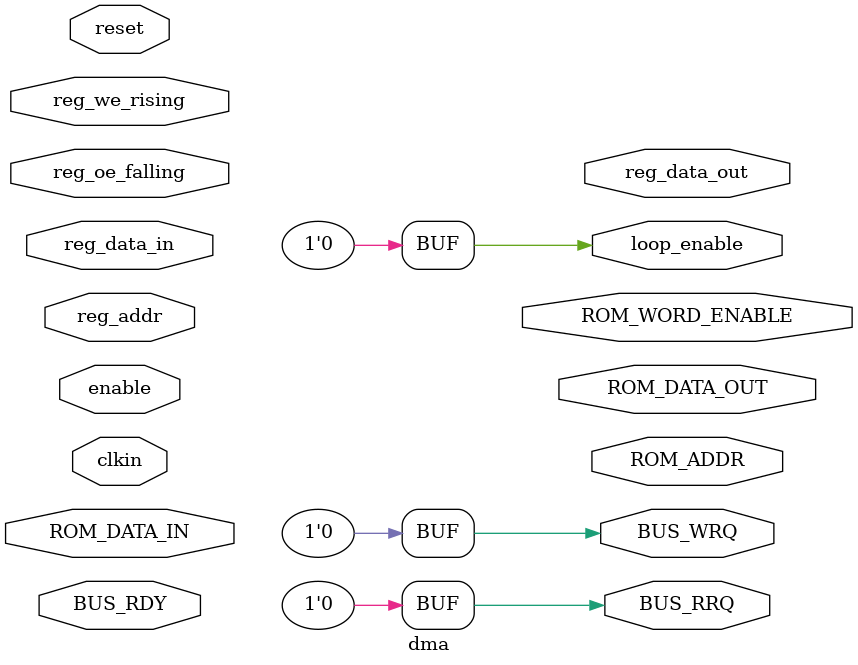
<source format=v>
`timescale 1ns / 1ps
module dma(
  input clkin,
  input reset,
  input enable,

  input [3:0] reg_addr,
  input [7:0] reg_data_in,
  output [7:0] reg_data_out,

  input reg_oe_falling,
  input reg_we_rising,
  
  output loop_enable,
  
  input  BUS_RDY,
  output BUS_RRQ,
  output BUS_WRQ,
  
  output [23:0] ROM_ADDR,
  output [15:0] ROM_DATA_OUT,
  output        ROM_WORD_ENABLE,
  input  [15:0] ROM_DATA_IN
);

parameter ST_IDLE  = 0;
parameter ST_READ  = 1;
parameter ST_WRITE = 2;
parameter ST_DONE  = 3;

parameter OP_COPY  = 0;
parameter OP_RESET = 1;
parameter OP_SET   = 2;
parameter OP_DEBUG = 3;

assign loop_enable = 0;
assign BUS_RRQ = 0;
assign BUS_WRQ = 0;

//// Register bank
//reg [7:0] dma_r[15:0];
//
//reg [2:0]  state; initial state = ST_IDLE;
//
//initial begin
//  dma_r[0] = 8'h00; // dst bank
//  dma_r[1] = 8'h00; // src bank
//  dma_r[2] = 8'h00; // dst[7:0]
//  dma_r[3] = 8'h00; // dst[15:8]
//  dma_r[4] = 8'h00; // src[7:0]
//  dma_r[5] = 8'h00; // src[15:0]
//  dma_r[6] = 8'h00; // len[7:0]
//  dma_r[7] = 8'h00; // len[15:8]
//  dma_r[8] = 8'h00; // len[23:16]
//  dma_r[9] = 8'h00; // opcode[7:3], loop, direction, trigger
//end
//
//reg [7:0] data_out_r;
//assign reg_data_out = data_out_r;
//
//integer i;
//always @(posedge clkin) begin
//  if(reg_oe_falling & enable) begin
//    case(reg_addr)
//      4'h0: data_out_r <= 8'h53;
//      4'h1: data_out_r <= 8'h2D;
//      4'h2: data_out_r <= 8'h44;
//      4'h3: data_out_r <= 8'h4D;
//      4'h4: data_out_r <= 8'h41;
//      4'h5: data_out_r <= 8'h31;
//      4'h9: data_out_r <= dma_r[reg_addr];
//		  default: data_out_r <= 8'h00;
//    endcase
//  end
//end
//
//always @(posedge clkin) begin
//  if (reset) begin
//    for (i = 0; i < 10; i = i + 1) dma_r[i] <= 0;
//  end
//  else if(reg_we_rising & enable) begin
//    dma_r[reg_addr] <= reg_data_in;
//  end
//  else if (state == ST_DONE) begin
//    dma_r[9][0] <= 0;
//  end
//end
//
//wire [23:0] SRC_ADDR, DST_ADDR, LEN;
//wire [4:0] OPCODE;
//wire LOOP, DIR, TRIG, WORD_MODE;
//
//assign SRC_ADDR = {dma_r[1], dma_r[3], dma_r[2]};
//assign DST_ADDR = {dma_r[0], dma_r[5], dma_r[4]};
//assign LEN      = {dma_r[8], dma_r[7], dma_r[6]};
//assign OPCODE   = dma_r[9][7:3];
//assign LOOP     = dma_r[9][2];
//assign DIR      = dma_r[9][1];
//assign TRIG     = dma_r[9][0];
//// this covers misaligned addresses, misaligned length, as well as byte overlaps
//assign WORD_MODE = !SRC_ADDR[0] && !DST_ADDR[0] && !LEN[0];
//
//reg [15:0] data;
//reg [4:0]  opcode_r;
//reg        loop_r;      initial loop_r = 0;
//reg        dir_r;
//reg        trig_r;      initial trig_r = 0;
//reg        word_mode_r;
//reg [23:0] src_addr_r, dst_addr_r, length_r, mod_r;
//
//assign BUS_RRQ = BUS_RDY && (state == ST_READ);
//assign BUS_WRQ = BUS_RDY && (state == ST_WRITE);
//assign ROM_ADDR = (state == ST_READ) ? src_addr_r : dst_addr_r;
//assign ROM_DATA_OUT =   (opcode_r == OP_COPY)  ? (dst_addr_r[0] ? {ROM_DATA_IN[7:0],ROM_DATA_IN[15:8]} : ROM_DATA_IN)
//                      : (opcode_r == OP_RESET) ? 16'h0000
//                      : (opcode_r == OP_SET)   ? 16'hFFFF
//                      : (opcode_r == OP_DEBUG) ? {dst_addr_r[3:0],loop_enable,ROM_WORD_ENABLE,mod_r[1:0],dst_addr_r[3:0],loop_enable,ROM_WORD_ENABLE,mod_r[1:0]}
//                      : 0;
//assign ROM_WORD_ENABLE = word_mode_r;
//assign loop_enable = loop_r;
//
//wire [23:0] length_next = length_r - (word_mode_r ? 2 : 1);
//
//always @(posedge clkin) begin
//  if (reset) begin
//    loop_r <= 0;
//    state <= ST_IDLE;
//    trig_r <= 0;
//  end
//  else begin
//    trig_r <= TRIG;
//  
//    case (state)
//      ST_IDLE: begin
//        if (TRIG && (trig_r ^ TRIG)) begin
//          src_addr_r <= SRC_ADDR;
//          dst_addr_r <= DST_ADDR;
//          length_r <= LEN;
//          mod_r <= WORD_MODE ? (DIR ? -2 : 2) : (DIR ? -1 : 1);
//          opcode_r <= OPCODE;
//          loop_r <= LOOP;
//          dir_r <= DIR;
//          word_mode_r <= WORD_MODE;
//          
//          if (OPCODE == OP_COPY) state <= ST_READ;
//          else                   state <= ST_WRITE;
//        end
//      end
//      ST_READ: begin
//        if (BUS_RDY) begin
//          src_addr_r <= src_addr_r + mod_r;
//          state <= ST_WRITE;
//        end
//      end
//      ST_WRITE: begin
//        if (BUS_RDY) begin
//          dst_addr_r <= dst_addr_r + mod_r;
//          length_r <= length_next;
//
//          if      (length_next == 0)    state <= ST_DONE;
//          else if (opcode_r == OP_COPY) state <= ST_READ;
//          else                          state <= ST_WRITE;
//        end
//      end
//      ST_DONE: begin
//        loop_r <= 0;
//        state <= ST_IDLE;
//      end
//    endcase
//  end
//end

endmodule

</source>
